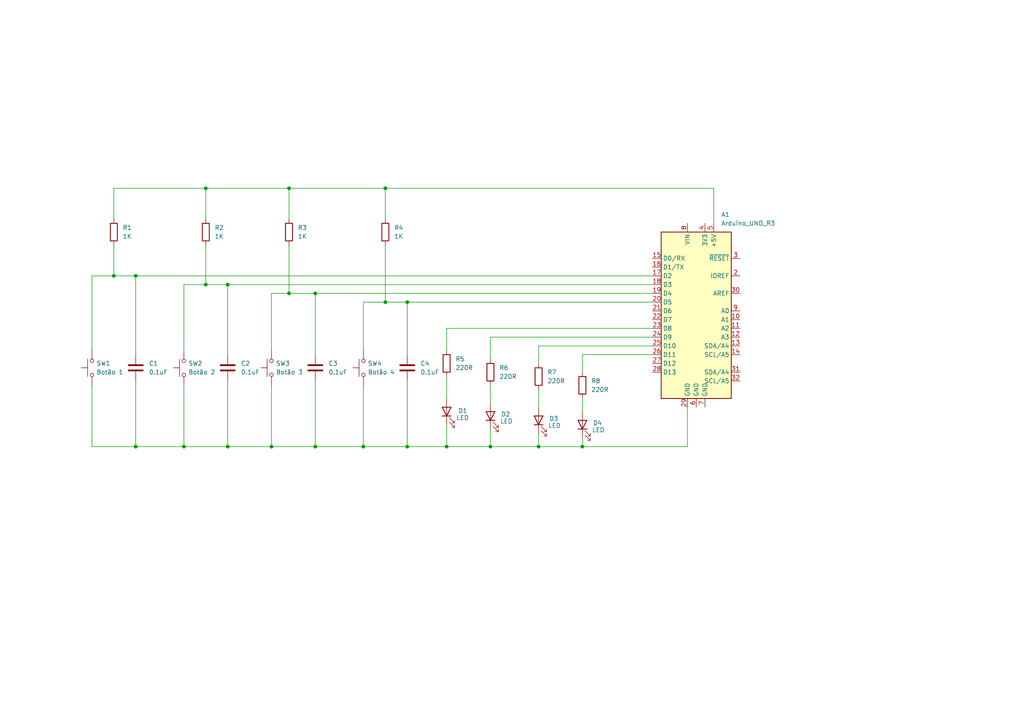
<source format=kicad_sch>
(kicad_sch (version 20250114) (generator "eeschema") (generator_version "9.0")
  (paper "A4")
  (lib_symbols
    (symbol "Device:C" (pin_numbers (hide yes)) (pin_names (offset 0.254))
      (property "Reference" "C" (at 0.635 2.54 0))
      (property "Value" "C" (at 0.635 -2.54 0))
      (symbol "C_0_1"
        (polyline (pts (xy -2.032 0.762) (xy 2.032 0.762)) (stroke (width 0.508)))
        (polyline (pts (xy -2.032 -0.762) (xy 2.032 -0.762)) (stroke (width 0.508)))
      )
      (symbol "C_1_1"
        (pin passive line (at 0 3.81 270) (length 2.794) (name "~") (number "1"))
        (pin passive line (at 0 -3.81 90) (length 2.794) (name "~") (number "2"))
      )
    )
    (symbol "Device:LED" (pin_numbers (hide yes)) (pin_names (offset 1.016) (hide yes))
      (property "Reference" "D" (at 0 2.54 0))
      (property "Value" "LED" (at 0 -2.54 0))
      (symbol "LED_0_1"
        (polyline (pts (xy -3.048 -0.762) (xy -4.572 -2.286) (xy -3.81 -2.286) (xy -4.572 -2.286) (xy -4.572 -1.524)))
        (polyline (pts (xy -1.778 -0.762) (xy -3.302 -2.286) (xy -2.54 -2.286) (xy -3.302 -2.286) (xy -3.302 -1.524)))
        (polyline (pts (xy -1.27 0) (xy 1.27 0)))
        (polyline (pts (xy -1.27 -1.27) (xy -1.27 1.27)) (stroke (width 0.254)))
        (polyline (pts (xy 1.27 -1.27) (xy 1.27 1.27) (xy -1.27 0) (xy 1.27 -1.27)) (stroke (width 0.254)))
      )
      (symbol "LED_1_1"
        (pin passive line (at -3.81 0 0) (length 2.54) (name "K") (number "1"))
        (pin passive line (at 3.81 0 180) (length 2.54) (name "A") (number "2"))
      )
    )
    (symbol "Device:R" (pin_numbers (hide yes)) (pin_names (offset 0))
      (property "Reference" "R" (at 2.032 0 90))
      (property "Value" "R" (at 0 0 90))
      (symbol "R_0_1"
        (rectangle (start -1.016 -2.54) (end 1.016 2.54) (stroke (width 0.254)))
      )
      (symbol "R_1_1"
        (pin passive line (at 0 3.81 270) (length 1.27) (name "~") (number "1"))
        (pin passive line (at 0 -3.81 90) (length 1.27) (name "~") (number "2"))
      )
    )
    (symbol "MCU_Module:Arduino_UNO_R3"
      (property "Reference" "A" (at -10.16 23.495 0))
      (property "Value" "Arduino_UNO_R3" (at 5.08 -26.67 0))
      (symbol "Arduino_UNO_R3_0_1"
        (rectangle (start -10.16 22.86) (end 10.16 -25.4) (stroke (width 0.254)) (fill (type background)))
      )
      (symbol "Arduino_UNO_R3_1_1"
        (pin bidirectional line (at -12.7 15.24 0) (length 2.54) (name "D0/RX") (number "15"))
        (pin bidirectional line (at -12.7 12.7 0) (length 2.54) (name "D1/TX") (number "16"))
        (pin bidirectional line (at -12.7 10.16 0) (length 2.54) (name "D2") (number "17"))
        (pin bidirectional line (at -12.7 7.62 0) (length 2.54) (name "D3") (number "18"))
        (pin bidirectional line (at -12.7 5.08 0) (length 2.54) (name "D4") (number "19"))
        (pin bidirectional line (at -12.7 2.54 0) (length 2.54) (name "D5") (number "20"))
        (pin bidirectional line (at -12.7 0 0) (length 2.54) (name "D6") (number "21"))
        (pin bidirectional line (at -12.7 -2.54 0) (length 2.54) (name "D7") (number "22"))
        (pin bidirectional line (at -12.7 -5.08 0) (length 2.54) (name "D8") (number "23"))
        (pin bidirectional line (at -12.7 -7.62 0) (length 2.54) (name "D9") (number "24"))
        (pin bidirectional line (at -12.7 -10.16 0) (length 2.54) (name "D10") (number "25"))
        (pin bidirectional line (at -12.7 -12.7 0) (length 2.54) (name "D11") (number "26"))
        (pin bidirectional line (at -12.7 -15.24 0) (length 2.54) (name "D12") (number "27"))
        (pin bidirectional line (at -12.7 -17.78 0) (length 2.54) (name "D13") (number "28"))
        (pin no_connect line (at -10.16 -20.32 0) (length 2.54) (hide yes) (name "NC") (number "1"))
        (pin power_in line (at -2.54 25.4 270) (length 2.54) (name "VIN") (number "8"))
        (pin power_in line (at -2.54 -27.94 90) (length 2.54) (name "GND") (number "29"))
        (pin power_in line (at 0 -27.94 90) (length 2.54) (name "GND") (number "6"))
        (pin power_out line (at 2.54 25.4 270) (length 2.54) (name "3V3") (number "4"))
        (pin power_in line (at 2.54 -27.94 90) (length 2.54) (name "GND") (number "7"))
        (pin power_out line (at 5.08 25.4 270) (length 2.54) (name "+5V") (number "5"))
        (pin input line (at 12.7 15.24 180) (length 2.54) (name "~{RESET}") (number "3"))
        (pin output line (at 12.7 10.16 180) (length 2.54) (name "IOREF") (number "2"))
        (pin input line (at 12.7 5.08 180) (length 2.54) (name "AREF") (number "30"))
        (pin bidirectional line (at 12.7 0 180) (length 2.54) (name "A0") (number "9"))
        (pin bidirectional line (at 12.7 -2.54 180) (length 2.54) (name "A1") (number "10"))
        (pin bidirectional line (at 12.7 -5.08 180) (length 2.54) (name "A2") (number "11"))
        (pin bidirectional line (at 12.7 -7.62 180) (length 2.54) (name "A3") (number "12"))
        (pin bidirectional line (at 12.7 -10.16 180) (length 2.54) (name "SDA/A4") (number "13"))
        (pin bidirectional line (at 12.7 -12.7 180) (length 2.54) (name "SCL/A5") (number "14"))
        (pin bidirectional line (at 12.7 -17.78 180) (length 2.54) (name "SDA/A4") (number "31"))
        (pin bidirectional line (at 12.7 -20.32 180) (length 2.54) (name "SCL/A5") (number "32"))
      )
    )
    (symbol "Switch:SW_Push" (pin_numbers (hide yes)) (pin_names (offset 1.016) (hide yes))
      (property "Reference" "SW" (at 1.27 2.54 0))
      (property "Value" "SW_Push" (at 0 -1.524 0))
      (symbol "SW_Push_0_1"
        (circle (center -2.032 0) (radius 0.508))
        (polyline (pts (xy 0 1.27) (xy 0 3.048)))
        (circle (center 2.032 0) (radius 0.508))
        (polyline (pts (xy 2.54 1.27) (xy -2.54 1.27)))
        (pin passive line (at -5.08 0 0) (length 2.54) (name "1") (number "1"))
        (pin passive line (at 5.08 0 180) (length 2.54) (name "2") (number "2"))
      )
    )
  )
  (junction (at 78.74 129.54))
  (junction (at 168.91 129.54))
  (junction (at 111.76 87.63))
  (junction (at 142.24 129.54))
  (junction (at 105.41 129.54))
  (junction (at 118.11 87.63))
  (junction (at 66.04 129.54))
  (junction (at 59.69 82.55))
  (junction (at 118.11 129.54))
  (junction (at 83.82 54.61))
  (junction (at 53.34 129.54))
  (junction (at 66.04 82.55))
  (junction (at 156.21 129.54))
  (junction (at 111.76 54.61))
  (junction (at 91.44 85.09))
  (junction (at 39.37 80.01))
  (junction (at 59.69 54.61))
  (junction (at 39.37 129.54))
  (junction (at 91.44 129.54))
  (junction (at 33.02 80.01))
  (junction (at 129.54 129.54))
  (junction (at 83.82 85.09))
  (wire (pts (xy 129.54 109.22) (xy 129.54 115.57)))
  (wire (pts (xy 207.01 54.61) (xy 111.76 54.61)))
  (wire (pts (xy 142.24 111.76) (xy 142.24 116.84)))
  (wire (pts (xy 26.67 111.76) (xy 26.67 129.54)))
  (wire (pts (xy 33.02 71.12) (xy 33.02 80.01)))
  (wire (pts (xy 33.02 54.61) (xy 59.69 54.61)))
  (wire (pts (xy 189.23 87.63) (xy 118.11 87.63)))
  (wire (pts (xy 53.34 111.76) (xy 53.34 129.54)))
  (wire (pts (xy 39.37 80.01) (xy 39.37 102.87)))
  (wire (pts (xy 26.67 129.54) (xy 39.37 129.54)))
  (wire (pts (xy 53.34 82.55) (xy 59.69 82.55)))
  (wire (pts (xy 91.44 110.49) (xy 91.44 129.54)))
  (wire (pts (xy 39.37 80.01) (xy 189.23 80.01)))
  (wire (pts (xy 59.69 82.55) (xy 66.04 82.55)))
  (wire (pts (xy 168.91 102.87) (xy 168.91 107.95)))
  (wire (pts (xy 78.74 129.54) (xy 91.44 129.54)))
  (wire (pts (xy 39.37 110.49) (xy 39.37 129.54)))
  (wire (pts (xy 142.24 97.79) (xy 189.23 97.79)))
  (wire (pts (xy 156.21 113.03) (xy 156.21 118.11)))
  (wire (pts (xy 129.54 129.54) (xy 142.24 129.54)))
  (wire (pts (xy 111.76 71.12) (xy 111.76 87.63)))
  (wire (pts (xy 83.82 54.61) (xy 111.76 54.61)))
  (wire (pts (xy 91.44 129.54) (xy 105.41 129.54)))
  (wire (pts (xy 118.11 129.54) (xy 129.54 129.54)))
  (wire (pts (xy 83.82 85.09) (xy 91.44 85.09)))
  (wire (pts (xy 142.24 129.54) (xy 156.21 129.54)))
  (wire (pts (xy 66.04 110.49) (xy 66.04 129.54)))
  (wire (pts (xy 111.76 87.63) (xy 118.11 87.63)))
  (wire (pts (xy 83.82 71.12) (xy 83.82 85.09)))
  (wire (pts (xy 53.34 129.54) (xy 66.04 129.54)))
  (wire (pts (xy 59.69 71.12) (xy 59.69 82.55)))
  (wire (pts (xy 207.01 64.77) (xy 207.01 54.61)))
  (wire (pts (xy 78.74 111.76) (xy 78.74 129.54)))
  (wire (pts (xy 168.91 127) (xy 168.91 129.54)))
  (wire (pts (xy 39.37 129.54) (xy 53.34 129.54)))
  (wire (pts (xy 66.04 129.54) (xy 78.74 129.54)))
  (wire (pts (xy 118.11 87.63) (xy 118.11 102.87)))
  (wire (pts (xy 105.41 129.54) (xy 118.11 129.54)))
  (wire (pts (xy 33.02 54.61) (xy 33.02 63.5)))
  (wire (pts (xy 26.67 101.6) (xy 26.67 80.01)))
  (wire (pts (xy 156.21 129.54) (xy 168.91 129.54)))
  (wire (pts (xy 59.69 54.61) (xy 59.69 63.5)))
  (wire (pts (xy 156.21 105.41) (xy 156.21 100.33)))
  (wire (pts (xy 111.76 54.61) (xy 111.76 63.5)))
  (wire (pts (xy 142.24 97.79) (xy 142.24 104.14)))
  (wire (pts (xy 66.04 82.55) (xy 189.23 82.55)))
  (wire (pts (xy 189.23 85.09) (xy 91.44 85.09)))
  (wire (pts (xy 156.21 125.73) (xy 156.21 129.54)))
  (wire (pts (xy 118.11 110.49) (xy 118.11 129.54)))
  (wire (pts (xy 78.74 85.09) (xy 78.74 101.6)))
  (wire (pts (xy 91.44 85.09) (xy 91.44 102.87)))
  (wire (pts (xy 53.34 101.6) (xy 53.34 82.55)))
  (wire (pts (xy 168.91 102.87) (xy 189.23 102.87)))
  (wire (pts (xy 156.21 100.33) (xy 189.23 100.33)))
  (wire (pts (xy 189.23 95.25) (xy 129.54 95.25)))
  (wire (pts (xy 129.54 95.25) (xy 129.54 101.6)))
  (wire (pts (xy 66.04 82.55) (xy 66.04 102.87)))
  (wire (pts (xy 83.82 54.61) (xy 83.82 63.5)))
  (wire (pts (xy 59.69 54.61) (xy 83.82 54.61)))
  (wire (pts (xy 26.67 80.01) (xy 33.02 80.01)))
  (wire (pts (xy 105.41 101.6) (xy 105.41 87.63)))
  (wire (pts (xy 142.24 124.46) (xy 142.24 129.54)))
  (wire (pts (xy 105.41 111.76) (xy 105.41 129.54)))
  (wire (pts (xy 105.41 87.63) (xy 111.76 87.63)))
  (wire (pts (xy 168.91 129.54) (xy 199.39 129.54)))
  (wire (pts (xy 33.02 80.01) (xy 39.37 80.01)))
  (wire (pts (xy 168.91 115.57) (xy 168.91 119.38)))
  (wire (pts (xy 199.39 129.54) (xy 199.39 118.11)))
  (wire (pts (xy 129.54 123.19) (xy 129.54 129.54)))
  (wire (pts (xy 78.74 85.09) (xy 83.82 85.09)))
  (symbol (lib_id "Device:C") (at 118.11 106.68 0) (unit 1)
    (property "Reference" "C4" (at 121.92 105.4099 0) (effects (justify left)))
    (property "Value" "0.1uF" (at 121.92 107.9499 0) (effects (justify left)))
    (property "Description" "Unpolarized capacitor" (effects (hide yes)))
  )
  (symbol (lib_id "Switch:SW_Push") (at 53.34 106.68 90) (unit 1)
    (property "Reference" "SW2" (at 54.61 105.4099 90) (effects (justify right)))
    (property "Value" "Botão 2" (at 54.61 107.95 90) (effects (justify right)))
    (property "Description" "Push button switch, generic, two pins" (effects (hide yes)))
  )
  (symbol (lib_id "Device:C") (at 66.04 106.68 0) (unit 1)
    (property "Reference" "C2" (at 69.85 105.4099 0) (effects (justify left)))
    (property "Value" "0.1uF" (at 69.85 107.9499 0) (effects (justify left)))
    (property "Description" "Unpolarized capacitor" (effects (hide yes)))
  )
  (symbol (lib_id "Switch:SW_Push") (at 26.67 106.68 90) (unit 1)
    (property "Reference" "SW1" (at 27.94 105.4099 90) (effects (justify right)))
    (property "Value" "Botão 1" (at 27.94 107.95 90) (effects (justify right)))
    (property "Description" "Push button switch, generic, two pins" (effects (hide yes)))
  )
  (symbol (lib_id "Device:C") (at 39.37 106.68 0) (unit 1)
    (property "Reference" "C1" (at 43.18 105.4099 0) (effects (justify left)))
    (property "Value" "0.1uF" (at 43.18 107.9499 0) (effects (justify left)))
    (property "Description" "Unpolarized capacitor" (effects (hide yes)))
  )
  (symbol (lib_id "Device:R") (at 59.69 67.31 0) (unit 1)
    (property "Reference" "R2" (at 62.23 66.0399 0) (effects (justify left)))
    (property "Value" "1K" (at 62.23 68.5799 0) (effects (justify left)))
    (property "Description" "Resistor" (effects (hide yes)))
  )
  (symbol (lib_id "Switch:SW_Push") (at 105.41 106.68 90) (unit 1)
    (property "Reference" "SW4" (at 106.68 105.4099 90) (effects (justify right)))
    (property "Value" "Botão 4" (at 106.68 107.95 90) (effects (justify right)))
    (property "Description" "Push button switch, generic, two pins" (effects (hide yes)))
  )
  (symbol (lib_id "Device:R") (at 168.91 111.76 0) (unit 1)
    (property "Reference" "R8" (at 171.45 110.4899 0) (effects (justify left)))
    (property "Value" "220R" (at 171.45 113.0299 0) (effects (justify left)))
    (property "Description" "Resistor" (effects (hide yes)))
  )
  (symbol (lib_id "Device:LED") (at 129.54 119.38 90) (unit 1)
    (property "Reference" "D1" (at 132.842 119.126 90) (effects (justify right)))
    (property "Value" "LED" (at 132.334 121.158 90) (effects (justify right)))
    (property "Description" "Light emitting diode" (effects (hide yes)))
    (property "Sim.Pins" "1=K 2=A" (effects (hide yes)))
  )
  (symbol (lib_id "Device:R") (at 111.76 67.31 0) (unit 1)
    (property "Reference" "R4" (at 114.3 66.0399 0) (effects (justify left)))
    (property "Value" "1K" (at 114.3 68.5799 0) (effects (justify left)))
    (property "Description" "Resistor" (effects (hide yes)))
  )
  (symbol (lib_id "Device:R") (at 33.02 67.31 0) (unit 1)
    (property "Reference" "R1" (at 35.56 66.0399 0) (effects (justify left)))
    (property "Value" "1K" (at 35.56 68.5799 0) (effects (justify left)))
    (property "Description" "Resistor" (effects (hide yes)))
  )
  (symbol (lib_id "Device:LED") (at 156.21 121.92 90) (unit 1)
    (property "Reference" "D3" (at 159.258 121.412 90) (effects (justify right)))
    (property "Value" "LED" (at 159.004 123.444 90) (effects (justify right)))
    (property "Description" "Light emitting diode" (effects (hide yes)))
    (property "Sim.Pins" "1=K 2=A" (effects (hide yes)))
  )
  (symbol (lib_id "Device:LED") (at 168.91 123.19 90) (unit 1)
    (property "Reference" "D4" (at 171.958 122.682 90) (effects (justify right)))
    (property "Value" "LED" (at 171.704 124.714 90) (effects (justify right)))
    (property "Description" "Light emitting diode" (effects (hide yes)))
    (property "Sim.Pins" "1=K 2=A" (effects (hide yes)))
  )
  (symbol (lib_id "Switch:SW_Push") (at 78.74 106.68 90) (unit 1)
    (property "Reference" "SW3" (at 80.01 105.4099 90) (effects (justify right)))
    (property "Value" "Botão 3" (at 80.01 107.95 90) (effects (justify right)))
    (property "Description" "Push button switch, generic, two pins" (effects (hide yes)))
  )
  (symbol (lib_id "MCU_Module:Arduino_UNO_R3") (at 201.93 90.17 0) (unit 1)
    (property "Reference" "A1" (at 209.1533 62.23 0) (effects (justify left)))
    (property "Value" "Arduino_UNO_R3" (at 209.1533 64.77 0) (effects (justify left)))
    (property "Footprint" "Module:Arduino_UNO_R3" (effects (hide yes)))
    (property "Datasheet" "https://www.arduino.cc/en/Main/arduinoBoardUno" (effects (hide yes)))
    (property "Description" "Arduino UNO Microcontroller Module, release 3" (effects (hide yes)))
  )
  (symbol (lib_id "Device:C") (at 91.44 106.68 0) (unit 1)
    (property "Reference" "C3" (at 95.25 105.4099 0) (effects (justify left)))
    (property "Value" "0.1uF" (at 95.25 107.9499 0) (effects (justify left)))
    (property "Description" "Unpolarized capacitor" (effects (hide yes)))
  )
  (symbol (lib_id "Device:R") (at 129.54 105.41 0) (unit 1)
    (property "Reference" "R5" (at 132.08 104.1399 0) (effects (justify left)))
    (property "Value" "220R" (at 132.08 106.6799 0) (effects (justify left)))
    (property "Description" "Resistor" (effects (hide yes)))
  )
  (symbol (lib_id "Device:R") (at 156.21 109.22 0) (unit 1)
    (property "Reference" "R7" (at 158.75 107.9499 0) (effects (justify left)))
    (property "Value" "220R" (at 158.75 110.4899 0) (effects (justify left)))
    (property "Description" "Resistor" (effects (hide yes)))
  )
  (symbol (lib_id "Device:LED") (at 142.24 120.65 90) (unit 1)
    (property "Reference" "D2" (at 145.288 120.142 90) (effects (justify right)))
    (property "Value" "LED" (at 145.034 122.174 90) (effects (justify right)))
    (property "Description" "Light emitting diode" (effects (hide yes)))
    (property "Sim.Pins" "1=K 2=A" (effects (hide yes)))
  )
  (symbol (lib_id "Device:R") (at 83.82 67.31 0) (unit 1)
    (property "Reference" "R3" (at 86.36 66.0399 0) (effects (justify left)))
    (property "Value" "1K" (at 86.36 68.5799 0) (effects (justify left)))
    (property "Description" "Resistor" (effects (hide yes)))
  )
  (symbol (lib_id "Device:R") (at 142.24 107.95 0) (unit 1)
    (property "Reference" "R6" (at 144.78 106.6799 0) (effects (justify left)))
    (property "Value" "220R" (at 144.78 109.2199 0) (effects (justify left)))
    (property "Description" "Resistor" (effects (hide yes)))
  )
)
</source>
